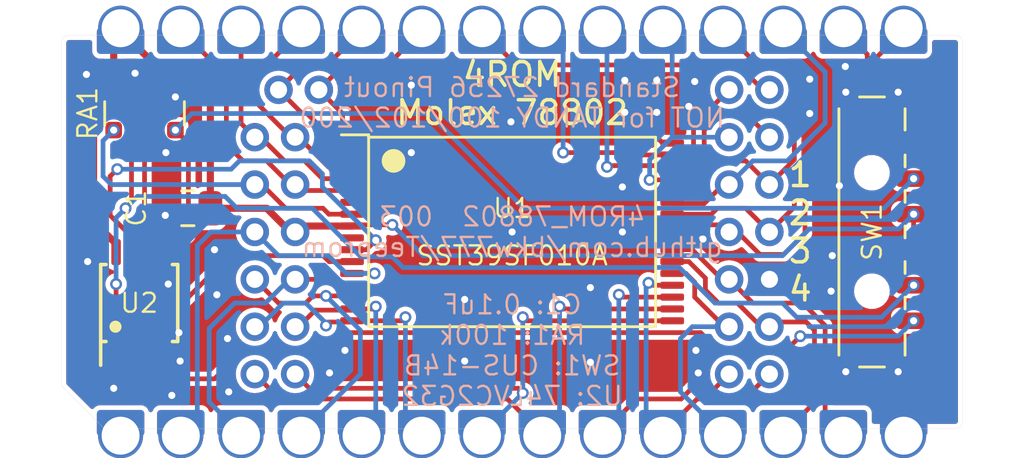
<source format=kicad_pcb>
(kicad_pcb (version 20211014) (generator pcbnew)
  (title_block (title "4ROM_78802") (date "2023-02-13") (rev "003") (company "Brian White - b.kenyon.w@gmail.com") (comment 1 "CC-BY-SA") (comment 2 "github.com/bkw777/Teeprom") (comment 3 "4-bank ROM for Molex 78805 socket with standard mask rom JEDEC pinout"))
  (layers (0 "F.Cu" signal "Top") (31 "B.Cu" signal "Bottom") (34 "B.Paste" user) (35 "F.Paste" user) (36 "B.SilkS" user "B.Silkscreen") (37 "F.SilkS" user "F.Silkscreen") (38 "B.Mask" user) (39 "F.Mask" user) (44 "Edge.Cuts" user))
  (net 0 "")
  (net 1 "/D3")
  (net 2 "/A10")
  (net 3 "/D4")
  (net 4 "/A7")
  (net 5 "/D5")
  (net 6 "/A6")
  (net 7 "/D6")
  (net 8 "/A5")
  (net 9 "/D7")
  (net 10 "/A4")
  (net 11 "/A11")
  (net 12 "/A3")
  (net 13 "/~{OE}")
  (net 14 "/A2")
  (net 15 "/A13")
  (net 16 "/A1")
  (net 17 "/A0")
  (net 18 "/A12")
  (net 19 "/D0")
  (net 20 "/A9")
  (net 21 "/D1")
  (net 22 "/A8")
  (net 23 "/D2")
  (net 24 "/~{CE}")
  (net 25 "/A14")
  (net 26 "/~{WE}")
  (net 27 "VCC")
  (net 28 "GND")
  (net 29 "/A15")
  (net 30 "/A16")
  (net 33 "Net-(RA1-Pad2)")
  (net 34 "Net-(RA1-Pad3)")
  (net 35 "Net-(RA1-Pad4)")
  (footprint "000_LOCAL:4ROM_prog_female" (layer "F.Cu") (at 147.2184 99.187)
    (fp_text reference "J2" hide)
    (fp_text value "4ROM_prog")
  )
  (footprint "000_LOCAL:Molex78802_PCB_28" (layer "F.Cu") (at 147.2184 99.187 90)
    (fp_text reference "J1" hide)
    (fp_text value "32Kx8_mask_rom_socket" hide)
    (fp_line (start 8.3 18.7) (end 8.3 -18.7) (layer "Edge.Cuts") (width 0.01))
    (fp_line (start -6.5 -19) (end -8.3 -17.2) (layer "Edge.Cuts") (width 0.01))
    (fp_line (start -8.3 18.7) (end -8.3 -17.2) (layer "Edge.Cuts") (width 0.01))
    (fp_line (start -8 19) (end 8 19) (layer "Edge.Cuts") (width 0.01))
    (fp_line (start 8 -19) (end -6.5 -19) (layer "Edge.Cuts") (width 0.01))
    (fp_arc (start 8 -19) (mid 8.212132 -18.912132) (end 8.3 -18.7) (layer "Edge.Cuts") (width 0.01))
    (fp_arc (start -8 19) (mid -8.212132 18.912132) (end -8.3 18.7) (layer "Edge.Cuts") (width 0.01))
    (fp_arc (start 8.3 18.7) (mid 8.212132 18.912132) (end 8 19) (layer "Edge.Cuts") (width 0.01))
  )
  (footprint "000_LOCAL:TSOP32-14mm" (layer "F.Cu") (at 147.2184 99.187)
    (fp_text reference "U1")
    (fp_text value "SST39SF010A")
  )
  (footprint "000_LOCAL:C_0805" (layer "F.Cu") (at 133.5434 98.187 180)
    (fp_text reference "C1")
    (fp_text value "0.1uF" hide)
  )
  (footprint "000_LOCAL:R_Array_Convex_4x0612" (layer "F.Cu") (at 131.7184 94.187 90)
    (fp_text reference "RA1")
    (fp_text value "100k" hide)
  )
  (footprint "000_LOCAL:TSSOP-8_3x3mm_P0.65mm" (layer "F.Cu") (at 131.4934 102.187 90)
    (fp_text reference "U2")
    (fp_text value "74LVC2G32")
  )
  (footprint "000_LOCAL:SW_SP4T_CUS-14B" (layer "F.Cu") (at 162.7184 99.187 -90)
    (fp_text reference "SW1")
    (fp_text value "CUS-14B")
  )
  (gr_text "C1: ${18566254-d4e8-4838-8ba4-1761ac28b418:VALUE}\nRA1: ${45921950-dbad-479f-8c52-24b5beff2496:VALUE}\nSW1: ${bfcf9d0a-e802-4656-a538-02cffbbf5627:VALUE}\nU2: ${7144d72e-1771-4838-ac20-700cd6c12f44:VALUE}" (at 147.2184 104.187) (layer "B.SilkS") (effects (font (size 0.8 0.8) (thickness 0.1)) (justify mirror)))
  (gr_text "${TITLE}  ${REVISION}\n${COMMENT2}" (at 147.2184 99.187) (layer "B.SilkS") (effects (font (size 0.8 0.8) (thickness 0.1)) (justify mirror)))
  (gr_text "Standard 27256 Pinout\nNOT for TANDY 100/102/200\n" (at 147.2184 93.726) (layer "B.SilkS") (effects (font (size 0.8 0.8) (thickness 0.1)) (justify mirror)))
  (gr_text "4ROM\nMolex 78802" (at 147.2184 93.345) (layer "F.SilkS") (effects (font (size 1 1))))
  (gr_text "1\n2\n3\n4" (at 159.3684 99.187) (layer "F.SilkS") (effects (font (size 1 1))))
  (segment (start 156.3684 99.187) (end 156.0684 98.887) (width 0.2) (layer "F.Cu") (net 1))
  (segment (start 158.6684 100.137) (end 157.6684 100.137) (width 0.2) (layer "F.Cu") (net 1))
  (segment (start 162.5934 94.187) (end 159.5684 97.212) (width 0.2) (layer "F.Cu") (net 1))
  (segment (start 157.6684 100.137) (end 156.7184 99.187) (width 0.2) (layer "F.Cu") (net 1))
  (segment (start 163.2829 91.1225) (end 162.5934 91.812) (width 0.2) (layer "F.Cu") (net 1))
  (segment (start 159.5684 99.237) (end 158.6684 100.137) (width 0.2) (layer "F.Cu") (net 1))
  (segment (start 154.0184 98.887) (end 153.9684 98.937) (width 0.2) (layer "F.Cu") (net 1))
  (segment (start 156.7184 99.187) (end 156.3684 99.187) (width 0.2) (layer "F.Cu") (net 1))
  (segment (start 159.5684 97.212) (end 159.5684 99.237) (width 0.2) (layer "F.Cu") (net 1))
  (segment (start 163.7284 91.1225) (end 163.2829 91.1225) (width 0.2) (layer "F.Cu") (net 1))
  (segment (start 156.0684 98.887) (end 154.0184 98.887) (width 0.2) (layer "F.Cu") (net 1))
  (segment (start 162.5934 91.812) (end 162.5934 94.187) (width 0.2) (layer "F.Cu") (net 1))
  (segment (start 154.8684 95.737) (end 154.8684 94.687) (width 0.2) (layer "F.Cu") (net 2))
  (segment (start 154.6684 95.937) (end 154.8684 95.737) (width 0.2) (layer "F.Cu") (net 2))
  (segment (start 151.8684 95.937) (end 153.9684 95.937) (width 0.2) (layer "F.Cu") (net 2))
  (segment (start 154.8684 94.687) (end 156.3684 93.187) (width 0.2) (layer "F.Cu") (net 2))
  (segment (start 151.7684 95.837) (end 151.8684 95.937) (width 0.2) (layer "F.Cu") (net 2))
  (segment (start 153.9684 95.937) (end 154.6684 95.937) (width 0.2) (layer "F.Cu") (net 2))
  (segment (start 149.3684 95.837) (end 151.7684 95.837) (width 0.2) (layer "F.Cu") (net 2))
  (via (at 149.3684 95.837) (size 0.5) (drill 0.3) (layers "F.Cu" "B.Cu") (net 2))
  (segment (start 149.3684 91.1225) (end 148.4884 91.1225) (width 0.2) (layer "B.Cu") (net 2))
  (segment (start 149.3684 95.837) (end 149.3684 91.1225) (width 0.2) (layer "B.Cu") (net 2))
  (segment (start 159.1184 98.137) (end 158.0684 99.187) (width 0.2) (layer "F.Cu") (net 3))
  (segment (start 157.0684 98.187) (end 155.8684 98.187) (width 0.2) (layer "F.Cu") (net 3))
  (segment (start 161.6289 91.1225) (end 162.1934 91.687) (width 0.2) (layer "F.Cu") (net 3))
  (segment (start 161.1884 91.1225) (end 161.6289 91.1225) (width 0.2) (layer "F.Cu") (net 3))
  (segment (start 159.1184 97.037) (end 159.1184 98.137) (width 0.2) (layer "F.Cu") (net 3))
  (segment (start 161.1884 90.5868) (end 161.1884 91.1225) (width 0.2) (layer "F.Cu") (net 3))
  (segment (start 155.8684 98.187) (end 155.6184 98.437) (width 0.2) (layer "F.Cu") (net 3))
  (segment (start 158.0684 99.187) (end 157.0684 98.187) (width 0.2) (layer "F.Cu") (net 3))
  (segment (start 155.6184 98.437) (end 153.9684 98.437) (width 0.2) (layer "F.Cu") (net 3))
  (segment (start 162.1934 93.962) (end 159.1184 97.037) (width 0.2) (layer "F.Cu") (net 3))
  (segment (start 162.1934 91.687) (end 162.1934 93.962) (width 0.2) (layer "F.Cu") (net 3))
  (segment (start 139.5684 101.187) (end 138.3684 101.187) (width 0.2) (layer "F.Cu") (net 4))
  (segment (start 139.7684 101.387) (end 139.5684 101.187) (width 0.2) (layer "F.Cu") (net 4))
  (segment (start 140.4684 101.437) (end 140.4184 101.387) (width 0.2) (layer "F.Cu") (net 4))
  (segment (start 140.4184 101.387) (end 139.7684 101.387) (width 0.2) (layer "F.Cu") (net 4))
  (segment (start 136.8184 102.187) (end 137.8184 101.187) (width 0.2) (layer "B.Cu") (net 4))
  (segment (start 135.3329 107.2515) (end 134.4434 106.362) (width 0.2) (layer "B.Cu") (net 4))
  (segment (start 134.4434 103.262) (end 135.5184 102.187) (width 0.2) (layer "B.Cu") (net 4))
  (segment (start 134.4434 106.362) (end 134.4434 103.262) (width 0.2) (layer "B.Cu") (net 4))
  (segment (start 135.5184 102.187) (end 136.8184 102.187) (width 0.2) (layer "B.Cu") (net 4))
  (segment (start 135.7884 107.2515) (end 135.3329 107.2515) (width 0.2) (layer "B.Cu") (net 4))
  (segment (start 137.8184 101.187) (end 138.0684 101.187) (width 0.2) (layer "B.Cu") (net 4))
  (segment (start 156.3684 97.187) (end 156.1184 97.187) (width 0.2) (layer "F.Cu") (net 5))
  (segment (start 156.1184 97.187) (end 155.3184 97.987) (width 0.2) (layer "F.Cu") (net 5))
  (segment (start 154.0184 97.987) (end 153.9684 97.937) (width 0.2) (layer "F.Cu") (net 5))
  (segment (start 155.3184 97.987) (end 154.0184 97.987) (width 0.2) (layer "F.Cu") (net 5))
  (segment (start 160.4184 92.437) (end 159.1039 91.1225) (width 0.2) (layer "B.Cu") (net 5))
  (segment (start 159.1039 91.1225) (end 158.6484 91.1225) (width 0.2) (layer "B.Cu") (net 5))
  (segment (start 160.4184 94.587) (end 160.4184 92.437) (width 0.2) (layer "B.Cu") (net 5))
  (segment (start 156.3684 97.187) (end 157.3684 96.187) (width 0.2) (layer "B.Cu") (net 5))
  (segment (start 158.8184 96.187) (end 160.4184 94.587) (width 0.2) (layer "B.Cu") (net 5))
  (segment (start 157.3684 96.187) (end 158.8184 96.187) (width 0.2) (layer "B.Cu") (net 5))
  (segment (start 139.3684 101.887) (end 138.8184 101.887) (width 0.2) (layer "F.Cu") (net 6))
  (segment (start 138.5184 102.187) (end 137.3684 102.187) (width 0.2) (layer "F.Cu") (net 6))
  (segment (start 137.3684 102.187) (end 136.3684 101.187) (width 0.2) (layer "F.Cu") (net 6))
  (segment (start 140.4184 101.887) (end 140.4684 101.937) (width 0.2) (layer "F.Cu") (net 6))
  (segment (start 139.3684 101.887) (end 140.4184 101.887) (width 0.2) (layer "F.Cu") (net 6))
  (segment (start 138.8184 101.887) (end 138.5184 102.187) (width 0.2) (layer "F.Cu") (net 6))
  (via (at 139.3684 101.887) (size 0.5) (drill 0.3) (layers "F.Cu" "B.Cu") (net 6))
  (segment (start 140.8184 103.337) (end 140.8184 105.187) (width 0.2) (layer "B.Cu") (net 6))
  (segment (start 140.8184 105.187) (end 138.7539 107.2515) (width 0.2) (layer "B.Cu") (net 6))
  (segment (start 139.3684 101.887) (end 140.8184 103.337) (width 0.2) (layer "B.Cu") (net 6))
  (segment (start 138.7539 107.2515) (end 138.3284 107.2515) (width 0.2) (layer "B.Cu") (net 6))
  (segment (start 157.5684 92.137) (end 158.4684 92.137) (width 0.2) (layer "F.Cu") (net 7))
  (segment (start 159.1184 96.137) (end 158.0684 97.187) (width 0.2) (layer "F.Cu") (net 7))
  (segment (start 159.1184 92.787) (end 159.1184 96.137) (width 0.2) (layer "F.Cu") (net 7))
  (segment (start 158.0684 97.187) (end 157.0684 96.187) (width 0.2) (layer "F.Cu") (net 7))
  (segment (start 154.6684 97.437) (end 153.9684 97.437) (width 0.2) (layer "F.Cu") (net 7))
  (segment (start 158.4684 92.137) (end 159.1184 92.787) (width 0.2) (layer "F.Cu") (net 7))
  (segment (start 155.9184 96.187) (end 154.6684 97.437) (width 0.2) (layer "F.Cu") (net 7))
  (segment (start 156.1084 91.1225) (end 156.5539 91.1225) (width 0.2) (layer "F.Cu") (net 7))
  (segment (start 156.5539 91.1225) (end 157.5684 92.137) (width 0.2) (layer "F.Cu") (net 7))
  (segment (start 157.0684 96.187) (end 155.9184 96.187) (width 0.2) (layer "F.Cu") (net 7))
  (segment (start 141.3684 102.437) (end 140.4684 102.437) (width 0.2) (layer "F.Cu") (net 8))
  (segment (start 138.9184 102.487) (end 138.2184 103.187) (width 0.2) (layer "F.Cu") (net 8))
  (segment (start 140.4684 102.437) (end 140.4184 102.487) (width 0.2) (layer "F.Cu") (net 8))
  (segment (start 140.4184 102.487) (end 138.9184 102.487) (width 0.2) (layer "F.Cu") (net 8))
  (segment (start 138.2184 103.187) (end 138.0684 103.187) (width 0.2) (layer "F.Cu") (net 8))
  (segment (start 141.4684 102.337) (end 141.3684 102.437) (width 0.2) (layer "F.Cu") (net 8))
  (via (at 141.4684 102.337) (size 0.5) (drill 0.3) (layers "F.Cu" "B.Cu") (net 8))
  (segment (start 141.4684 107.2515) (end 140.8684 107.2515) (width 0.2) (layer "B.Cu") (net 8))
  (segment (start 141.4684 102.337) (end 141.4684 107.2515) (width 0.2) (layer "B.Cu") (net 8))
  (segment (start 153.9184 96.987) (end 153.9684 96.937) (width 0.2) (layer "F.Cu") (net 9))
  (segment (start 153.0184 96.987) (end 153.9184 96.987) (width 0.2) (layer "F.Cu") (net 9))
  (via (at 153.0184 96.987) (size 0.5) (drill 0.3) (layers "F.Cu" "B.Cu") (net 9))
  (segment (start 153.0184 96.137) (end 153.9684 95.187) (width 0.2) (layer "B.Cu") (net 9))
  (segment (start 153.9684 91.1225) (end 153.5684 91.1225) (width 0.2) (layer "B.Cu") (net 9))
  (segment (start 153.9684 95.187) (end 153.9684 91.1225) (width 0.2) (layer "B.Cu") (net 9))
  (segment (start 153.9684 95.187) (end 156.3684 95.187) (width 0.2) (layer "B.Cu") (net 9))
  (segment (start 153.0184 96.987) (end 153.0184 96.137) (width 0.2) (layer "B.Cu") (net 9))
  (segment (start 142.5684 102.937) (end 142.7184 102.787) (width 0.2) (layer "F.Cu") (net 10))
  (segment (start 140.4684 102.937) (end 142.5684 102.937) (width 0.2) (layer "F.Cu") (net 10))
  (segment (start 139.3684 103.137) (end 139.5184 102.987) (width 0.2) (layer "F.Cu") (net 10))
  (segment (start 139.5184 102.987) (end 140.4184 102.987) (width 0.2) (layer "F.Cu") (net 10))
  (segment (start 140.4184 102.987) (end 140.4684 102.937) (width 0.2) (layer "F.Cu") (net 10))
  (via (at 139.3684 103.137) (size 0.5) (drill 0.3) (layers "F.Cu" "B.Cu") (net 10))
  (via (at 142.7184 102.787) (size 0.5) (drill 0.3) (layers "F.Cu" "B.Cu") (net 10))
  (segment (start 139.3684 103.037) (end 138.5184 102.187) (width 0.2) (layer "B.Cu") (net 10))
  (segment (start 142.7184 102.787) (end 142.7184 107.2515) (width 0.2) (layer "B.Cu") (net 10))
  (segment (start 139.3684 103.137) (end 139.3684 103.037) (width 0.2) (layer "B.Cu") (net 10))
  (segment (start 137.5684 102.187) (end 136.5684 103.187) (width 0.2) (layer "B.Cu") (net 10))
  (segment (start 136.5684 103.187) (end 136.3684 103.187) (width 0.2) (layer "B.Cu") (net 10))
  (segment (start 138.5184 102.187) (end 137.5684 102.187) (width 0.2) (layer "B.Cu") (net 10))
  (segment (start 142.7184 107.2515) (end 143.4084 107.2515) (width 0.2) (layer "B.Cu") (net 10))
  (segment (start 140.0684 95.437) (end 140.0684 94.187) (width 0.2) (layer "F.Cu") (net 11))
  (segment (start 142.9829 91.1225) (end 143.4084 91.1225) (width 0.2) (layer "F.Cu") (net 11))
  (segment (start 140.4684 95.437) (end 140.0684 95.437) (width 0.2) (layer "F.Cu") (net 11))
  (segment (start 140.0684 94.187) (end 139.0684 93.187) (width 0.2) (layer "F.Cu") (net 11))
  (segment (start 140.1184 92.137) (end 141.9684 92.137) (width 0.2) (layer "F.Cu") (net 11))
  (segment (start 141.9684 92.137) (end 142.9829 91.1225) (width 0.2) (layer "F.Cu") (net 11))
  (segment (start 139.0684 93.187) (end 140.1184 92.137) (width 0.2) (layer "F.Cu") (net 11))
  (segment (start 147.6684 102.787) (end 147.8184 102.937) (width 0.2) (layer "F.Cu") (net 12))
  (segment (start 147.6684 105.987) (end 147.4684 105.787) (width 0.2) (layer "F.Cu") (net 12))
  (segment (start 147.8184 102.937) (end 153.9684 102.937) (width 0.2) (layer "F.Cu") (net 12))
  (segment (start 147.4684 105.787) (end 138.6684 105.787) (width 0.2) (layer "F.Cu") (net 12))
  (segment (start 138.6684 105.787) (end 138.0684 105.187) (width 0.2) (layer "F.Cu") (net 12))
  (via (at 147.6684 105.987) (size 0.5) (drill 0.3) (layers "F.Cu" "B.Cu") (net 12))
  (via (at 147.6684 102.787) (size 0.5) (drill 0.3) (layers "F.Cu" "B.Cu") (net 12))
  (segment (start 146.4039 107.2515) (end 145.9484 107.2515) (width 0.2) (layer "B.Cu") (net 12))
  (segment (start 147.6684 102.787) (end 147.6684 105.987) (width 0.2) (layer "B.Cu") (net 12))
  (segment (start 147.6684 105.987) (end 146.4039 107.2515) (width 0.2) (layer "B.Cu") (net 12))
  (segment (start 146.377525 91.1225) (end 145.9484 91.1225) (width 0.2) (layer "F.Cu") (net 13))
  (segment (start 152.6684 92.137) (end 152.6684 94.537) (width 0.2) (layer "F.Cu") (net 13))
  (segment (start 156.7434 92.137) (end 147.392025 92.137) (width 0.2) (layer "F.Cu") (net 13))
  (segment (start 147.392025 92.137) (end 146.377525 91.1225) (width 0.2) (layer "F.Cu") (net 13))
  (segment (start 157.7934 93.187) (end 156.7434 92.137) (width 0.2) (layer "F.Cu") (net 13))
  (segment (start 153.5684 95.437) (end 153.9684 95.437) (width 0.2) (layer "F.Cu") (net 13))
  (segment (start 152.6684 94.537) (end 153.5684 95.437) (width 0.2) (layer "F.Cu") (net 13))
  (segment (start 158.0684 93.187) (end 157.7934 93.187) (width 0.2) (layer "F.Cu") (net 13))
  (segment (start 148.0329 107.2515) (end 147.0184 106.237) (width 0.2) (layer "F.Cu") (net 14))
  (segment (start 149.2184 102.337) (end 149.3184 102.437) (width 0.2) (layer "F.Cu") (net 14))
  (segment (start 149.3184 102.437) (end 153.9684 102.437) (width 0.2) (layer "F.Cu") (net 14))
  (segment (start 147.0184 106.237) (end 137.4184 106.237) (width 0.2) (layer "F.Cu") (net 14))
  (segment (start 137.4184 106.237) (end 136.3684 105.187) (width 0.2) (layer "F.Cu") (net 14))
  (segment (start 148.4884 107.2515) (end 148.0329 107.2515) (width 0.2) (layer "F.Cu") (net 14))
  (via (at 149.2184 102.337) (size 0.5) (drill 0.3) (layers "F.Cu" "B.Cu") (net 14))
  (segment (start 149.2184 107.2515) (end 148.4884 107.2515) (width 0.2) (layer "B.Cu") (net 14))
  (segment (start 149.2184 102.337) (end 149.2184 107.2515) (width 0.2) (layer "B.Cu") (net 14))
  (segment (start 136.3684 95.187) (end 135.7884 94.607) (width 0.2) (layer "F.Cu") (net 15))
  (segment (start 135.7884 94.607) (end 135.7884 91.1225) (width 0.2) (layer "F.Cu") (net 15))
  (segment (start 140.4684 96.937) (end 139.2184 96.937) (width 0.2) (layer "F.Cu") (net 15))
  (segment (start 136.6184 95.187) (end 136.3684 95.187) (width 0.2) (layer "F.Cu") (net 15))
  (segment (start 139.2184 96.937) (end 138.4684 96.187) (width 0.2) (layer "F.Cu") (net 15))
  (segment (start 137.6184 96.187) (end 136.6184 95.187) (width 0.2) (layer "F.Cu") (net 15))
  (segment (start 138.4684 96.187) (end 137.6184 96.187) (width 0.2) (layer "F.Cu") (net 15))
  (segment (start 154.7934 105.787) (end 155.7684 105.787) (width 0.2) (layer "F.Cu") (net 16))
  (segment (start 151.7184 101.837) (end 151.8184 101.937) (width 0.2) (layer "F.Cu") (net 16))
  (segment (start 151.0284 107.2515) (end 151.4539 107.2515) (width 0.2) (layer "F.Cu") (net 16))
  (segment (start 151.8184 101.937) (end 153.9684 101.937) (width 0.2) (layer "F.Cu") (net 16))
  (segment (start 151.4539 107.2515) (end 152.4684 106.237) (width 0.2) (layer "F.Cu") (net 16))
  (segment (start 155.7684 105.787) (end 156.3684 105.187) (width 0.2) (layer "F.Cu") (net 16))
  (segment (start 154.3434 106.237) (end 154.7934 105.787) (width 0.2) (layer "F.Cu") (net 16))
  (segment (start 152.4684 106.237) (end 154.3434 106.237) (width 0.2) (layer "F.Cu") (net 16))
  (via (at 151.7184 101.837) (size 0.5) (drill 0.3) (layers "F.Cu" "B.Cu") (net 16))
  (segment (start 151.7184 107.2515) (end 151.0284 107.2515) (width 0.2) (layer "B.Cu") (net 16))
  (segment (start 151.7184 101.837) (end 151.7184 107.2515) (width 0.2) (layer "B.Cu") (net 16))
  (segment (start 157.0184 106.237) (end 158.0684 105.187) (width 0.2) (layer "F.Cu") (net 17))
  (segment (start 152.9684 101.337) (end 153.0684 101.437) (width 0.2) (layer "F.Cu") (net 17))
  (segment (start 155.0184 106.237) (end 157.0184 106.237) (width 0.2) (layer "F.Cu") (net 17))
  (segment (start 153.0684 101.437) (end 153.9684 101.437) (width 0.2) (layer "F.Cu") (net 17))
  (segment (start 154.0039 107.2515) (end 155.0184 106.237) (width 0.2) (layer "F.Cu") (net 17))
  (segment (start 153.5684 107.2515) (end 154.0039 107.2515) (width 0.2) (layer "F.Cu") (net 17))
  (via (at 152.9684 101.337) (size 0.5) (drill 0.3) (layers "F.Cu" "B.Cu") (net 17))
  (segment (start 152.8684 107.2515) (end 153.5684 107.2515) (width 0.2) (layer "B.Cu") (net 17))
  (segment (start 152.9684 101.337) (end 152.8684 101.437) (width 0.2) (layer "B.Cu") (net 17))
  (segment (start 152.8684 101.437) (end 152.8684 107.2515) (width 0.2) (layer "B.Cu") (net 17))
  (segment (start 140.4684 100.937) (end 141.4184 100.937) (width 0.2) (layer "F.Cu") (net 18))
  (via (at 141.4184 100.937) (size 0.5) (drill 0.3) (layers "F.Cu" "B.Cu") (net 18))
  (segment (start 136.3684 99.187) (end 137.3684 100.187) (width 0.2) (layer "B.Cu") (net 18))
  (segment (start 133.2484 107.2515) (end 133.9434 107.2515) (width 0.2) (layer "B.Cu") (net 18))
  (segment (start 133.9434 107.2515) (end 133.9434 99.762) (width 0.2) (layer "B.Cu") (net 18))
  (segment (start 137.3684 100.187) (end 139.4684 100.187) (width 0.2) (layer "B.Cu") (net 18))
  (segment (start 133.9434 99.762) (end 134.5184 99.187) (width 0.2) (layer "B.Cu") (net 18))
  (segment (start 139.4684 100.187) (end 140.2184 100.937) (width 0.2) (layer "B.Cu") (net 18))
  (segment (start 140.2184 100.937) (end 141.4184 100.937) (width 0.2) (layer "B.Cu") (net 18))
  (segment (start 134.5184 99.187) (end 136.3684 99.187) (width 0.2) (layer "B.Cu") (net 18))
  (segment (start 154.9184 101.937) (end 154.9184 101.312) (width 0.2) (layer "F.Cu") (net 19))
  (segment (start 154.5434 100.937) (end 153.9684 100.937) (width 0.2) (layer "F.Cu") (net 19))
  (segment (start 154.9184 101.312) (end 154.5434 100.937) (width 0.2) (layer "F.Cu") (net 19))
  (segment (start 156.3684 103.187) (end 156.1684 103.187) (width 0.2) (layer "F.Cu") (net 19))
  (segment (start 156.1684 103.187) (end 154.9184 101.937) (width 0.2) (layer "F.Cu") (net 19))
  (segment (start 156.3184 103.187) (end 154.8184 103.187) (width 0.2) (layer "B.Cu") (net 19))
  (segment (start 155.2184 107.2515) (end 156.1084 107.2515) (width 0.2) (layer "B.Cu") (net 19))
  (segment (start 154.8184 103.187) (end 154.3184 103.687) (width 0.2) (layer "B.Cu") (net 19))
  (segment (start 154.3184 105.937) (end 155.2184 106.837) (width 0.2) (layer "B.Cu") (net 19))
  (segment (start 155.2184 106.837) (end 155.2184 107.2515) (width 0.2) (layer "B.Cu") (net 19))
  (segment (start 154.3184 103.687) (end 154.3184 105.937) (width 0.2) (layer "B.Cu") (net 19))
  (segment (start 140.4684 95.937) (end 139.7184 95.937) (width 0.2) (layer "F.Cu") (net 20))
  (segment (start 137.3684 93.187) (end 138.4184 92.137) (width 0.2) (layer "F.Cu") (net 20))
  (segment (start 140.4329 91.1225) (end 140.8684 91.1225) (width 0.2) (layer "F.Cu") (net 20))
  (segment (start 138.4184 92.137) (end 139.4184 92.137) (width 0.2) (layer "F.Cu") (net 20))
  (segment (start 139.2684 95.487) (end 139.2684 94.887) (width 0.2) (layer "F.Cu") (net 20))
  (segment (start 138.3684 94.187) (end 137.3684 93.187) (width 0.2) (layer "F.Cu") (net 20))
  (segment (start 139.7184 95.937) (end 139.2684 95.487) (width 0.2) (layer "F.Cu") (net 20))
  (segment (start 139.4184 92.137) (end 140.4329 91.1225) (width 0.2) (layer "F.Cu") (net 20))
  (segment (start 138.5684 94.187) (end 138.3684 94.187) (width 0.2) (layer "F.Cu") (net 20))
  (segment (start 139.2684 94.887) (end 138.5684 94.187) (width 0.2) (layer "F.Cu") (net 20))
  (segment (start 156.7184 102.187) (end 157.7184 103.187) (width 0.2) (layer "F.Cu") (net 21))
  (segment (start 153.9684 100.437) (end 154.6684 100.437) (width 0.2) (layer "F.Cu") (net 21))
  (segment (start 159.6184 102.987) (end 159.9684 103.337) (width 0.2) (layer "F.Cu") (net 21))
  (segment (start 155.3684 101.137) (end 155.3684 101.637) (width 0.2) (layer "F.Cu") (net 21))
  (segment (start 157.7184 103.187) (end 158.0684 103.187) (width 0.2) (layer "F.Cu") (net 21))
  (segment (start 159.9684 103.337) (end 159.9684 106.387) (width 0.2) (layer "F.Cu") (net 21))
  (segment (start 159.1039 107.2515) (end 158.6484 107.2515) (width 0.2) (layer "F.Cu") (net 21))
  (segment (start 158.0684 103.187) (end 158.2684 102.987) (width 0.2) (layer "F.Cu") (net 21))
  (segment (start 154.6684 100.437) (end 155.3684 101.137) (width 0.2) (layer "F.Cu") (net 21))
  (segment (start 158.2684 102.987) (end 159.6184 102.987) (width 0.2) (layer "F.Cu") (net 21))
  (segment (start 159.9684 106.387) (end 159.1039 107.2515) (width 0.2) (layer "F.Cu") (net 21))
  (segment (start 155.9184 102.187) (end 156.7184 102.187) (width 0.2) (layer "F.Cu") (net 21))
  (segment (start 155.3684 101.637) (end 155.9184 102.187) (width 0.2) (layer "F.Cu") (net 21))
  (segment (start 136.3684 92.637) (end 137.8829 91.1225) (width 0.2) (layer "F.Cu") (net 22))
  (segment (start 138.2184 95.187) (end 138.0684 95.187) (width 0.2) (layer "F.Cu") (net 22))
  (segment (start 137.8829 91.1225) (end 138.3284 91.1225) (width 0.2) (layer "F.Cu") (net 22))
  (segment (start 140.4684 96.437) (end 139.4684 96.437) (width 0.2) (layer "F.Cu") (net 22))
  (segment (start 137.8934 95.187) (end 136.3684 93.662) (width 0.2) (layer "F.Cu") (net 22))
  (segment (start 136.3684 93.662) (end 136.3684 92.637) (width 0.2) (layer "F.Cu") (net 22))
  (segment (start 138.0684 95.187) (end 137.8934 95.187) (width 0.2) (layer "F.Cu") (net 22))
  (segment (start 139.4684 96.437) (end 138.2184 95.187) (width 0.2) (layer "F.Cu") (net 22))
  (segment (start 159.4684 102.187) (end 160.4184 103.137) (width 0.2) (layer "F.Cu") (net 23))
  (segment (start 157.3684 102.187) (end 159.4684 102.187) (width 0.2) (layer "F.Cu") (net 23))
  (segment (start 153.9684 99.937) (end 154.8184 99.937) (width 0.2) (layer "F.Cu") (net 23))
  (segment (start 156.3684 101.187) (end 157.3684 102.187) (width 0.2) (layer "F.Cu") (net 23))
  (segment (start 154.8184 99.937) (end 156.0684 101.187) (width 0.2) (layer "F.Cu") (net 23))
  (segment (start 160.4184 103.137) (end 160.4184 107.2515) (width 0.2) (layer "F.Cu") (net 23))
  (segment (start 160.4184 107.2515) (end 161.1884 107.2515) (width 0.2) (layer "F.Cu") (net 23))
  (segment (start 156.0684 101.187) (end 156.3684 101.187) (width 0.2) (layer "F.Cu") (net 23))
  (segment (start 151.2184 96.437) (end 151.2684 96.387) (width 0.2) (layer "F.Cu") (net 24))
  (segment (start 153.9684 96.437) (end 154.9184 96.437) (width 0.2) (layer "F.Cu") (net 24))
  (segment (start 156.0184 94.187) (end 157.0684 94.187) (width 0.2) (layer "F.Cu") (net 24))
  (segment (start 153.9184 96.387) (end 153.9684 96.437) (width 0.2) (layer "F.Cu") (net 24))
  (segment (start 155.3184 94.887) (end 156.0184 94.187) (width 0.2) (layer "F.Cu") (net 24))
  (segment (start 151.2684 96.387) (end 153.9184 96.387) (width 0.2) (layer "F.Cu") (net 24))
  (segment (start 154.9184 96.437) (end 155.3184 96.037) (width 0.2) (layer "F.Cu") (net 24))
  (segment (start 155.3184 96.037) (end 155.3184 94.887) (width 0.2) (layer "F.Cu") (net 24))
  (segment (start 157.0684 94.187) (end 158.0684 95.187) (width 0.2) (layer "F.Cu") (net 24))
  (via (at 151.2184 96.437) (size 0.5) (drill 0.3) (layers "F.Cu" "B.Cu") (net 24))
  (segment (start 151.2184 91.3125) (end 151.0284 91.1225) (width 0.2) (layer "B.Cu") (net 24))
  (segment (start 151.2184 96.437) (end 151.2184 91.3125) (width 0.2) (layer "B.Cu") (net 24))
  (segment (start 137.8684 97.187) (end 136.8684 96.187) (width 0.2) (layer "F.Cu") (net 25))
  (segment (start 135.1684 92.587) (end 133.7039 91.1225) (width 0.2) (layer "F.Cu") (net 25))
  (segment (start 133.7039 91.1225) (end 133.2484 91.1225) (width 0.2) (layer "F.Cu") (net 25))
  (segment (start 135.1684 95.487) (end 135.1684 92.587) (width 0.2) (layer "F.Cu") (net 25))
  (segment (start 138.3184 97.437) (end 138.0684 97.187) (width 0.2) (layer "F.Cu") (net 25))
  (segment (start 140.4684 97.437) (end 138.3184 97.437) (width 0.2) (layer "F.Cu") (net 25))
  (segment (start 135.8684 96.187) (end 135.1684 95.487) (width 0.2) (layer "F.Cu") (net 25))
  (segment (start 136.8684 96.187) (end 135.8684 96.187) (width 0.2) (layer "F.Cu") (net 25))
  (segment (start 138.0684 97.187) (end 137.8684 97.187) (width 0.2) (layer "F.Cu") (net 25))
  (segment (start 137.6684 98.187) (end 136.6684 97.187) (width 0.2) (layer "F.Cu") (net 26))
  (segment (start 139.2434 98.187) (end 137.6684 98.187) (width 0.2) (layer "F.Cu") (net 26))
  (segment (start 140.4684 98.437) (end 139.4934 98.437) (width 0.2) (layer "F.Cu") (net 26))
  (segment (start 136.6684 97.187) (end 136.3684 97.187) (width 0.2) (layer "F.Cu") (net 26))
  (segment (start 139.4934 98.437) (end 139.2434 98.187) (width 0.2) (layer "F.Cu") (net 26))
  (via (at 130.4184 94.887) (size 0.5) (drill 0.3) (layers "F.Cu" "B.Cu") (net 26))
  (segment (start 129.9684 96.837) (end 130.3184 97.187) (width 0.2) (layer "B.Cu") (net 26))
  (segment (start 129.9684 95.337) (end 129.9684 96.837) (width 0.2) (layer "B.Cu") (net 26))
  (segment (start 130.4184 94.887) (end 129.9684 95.337) (width 0.2) (layer "B.Cu") (net 26))
  (segment (start 130.3184 97.187) (end 136.0684 97.187) (width 0.2) (layer "B.Cu") (net 26))
  (segment (start 131.1539 91.1225) (end 132.1684 92.137) (width 0.3) (layer "F.Cu") (net 27))
  (segment (start 130.4184 93.487) (end 130.4184 91.4125) (width 0.3) (layer "F.Cu") (net 27))
  (segment (start 130.5184 99.687) (end 129.5684 98.737) (width 0.3) (layer "F.Cu") (net 27))
  (segment (start 132.1684 92.137) (end 133.8184 92.137) (width 0.3) (layer "F.Cu") (net 27))
  (segment (start 140.4684 98.937) (end 138.3184 98.937) (width 0.3) (layer "F.Cu") (net 27))
  (segment (start 130.4184 91.4125) (end 130.7084 91.1225) (width 0.3) (layer "F.Cu") (net 27))
  (segment (start 138.3184 98.937) (end 138.0684 99.187) (width 0.3) (layer "F.Cu") (net 27))
  (segment (start 142.1684 98.887) (end 140.5184 98.887) (width 0.2) (layer "F.Cu") (net 27))
  (segment (start 140.5184 98.887) (end 140.4684 98.937) (width 0.2) (layer "F.Cu") (net 27))
  (segment (start 130.5184 100.037) (end 130.5184 99.687) (width 0.3) (layer "F.Cu") (net 27))
  (segment (start 134.4934 92.812) (end 134.4934 98.187) (width 0.3) (layer "F.Cu") (net 27))
  (segment (start 133.8184 92.137) (end 134.4934 92.812) (width 0.3) (layer "F.Cu") (net 27))
  (segment (start 129.5684 94.337) (end 130.4184 93.487) (width 0.3) (layer "F.Cu") (net 27))
  (segment (start 136.8684 98.187) (end 137.8684 99.187) (width 0.3) (layer "F.Cu") (net 27))
  (segment (start 130.7084 91.1225) (end 131.1539 91.1225) (width 0.3) (layer "F.Cu") (net 27))
  (segment (start 134.4934 98.187) (end 136.8684 98.187) (width 0.3) (layer "F.Cu") (net 27))
  (segment (start 164.1484 98.437) (end 164.1484 99.937) (width 0.2) (layer "F.Cu") (net 27))
  (segment (start 137.8684 99.187) (end 138.0684 99.187) (width 0.3) (layer "F.Cu") (net 27))
  (segment (start 129.5684 98.737) (end 129.5684 94.337) (width 0.3) (layer "F.Cu") (net 27))
  (via (at 142.1684 98.887) (size 0.5) (drill 0.3) (layers "F.Cu" "B.Cu") (net 27))
  (via (at 164.1484 98.437) (size 0.5) (drill 0.3) (layers "F.Cu" "B.Cu") (net 27))
  (segment (start 159.7454 99.06) (end 158.6184 100.187) (width 0.2) (layer "B.Cu") (net 27))
  (segment (start 164.1484 98.437) (end 163.5254 99.06) (width 0.2) (layer "B.Cu") (net 27))
  (segment (start 158.6184 100.187) (end 143.4684 100.187) (width 0.2) (layer "B.Cu") (net 27))
  (segment (start 143.4684 100.187) (end 142.1684 98.887) (width 0.2) (layer "B.Cu") (net 27))
  (segment (start 163.5254 99.06) (end 159.7454 99.06) (width 0.2) (layer "B.Cu") (net 27))
  (via (at 151.9684 92.787) (size 0.5) (drill 0.3) (layers "F.Cu" "B.Cu") (net 28))
  (via (at 129.3184 100.437) (size 0.5) (drill 0.3) (layers "F.Cu" "B.Cu") (net 28))
  (via (at 142.9684 95.837) (size 0.5) (drill 0.3) (layers "F.Cu" "B.Cu") (net 28))
  (via (at 130.4184 105.787) (size 0.5) (drill 0.3) (layers "F.Cu" "B.Cu") (net 28))
  (via (at 134.7684 101.837) (size 0.5) (drill 0.3) (layers "F.Cu" "B.Cu") (net 28))
  (via (at 155.2684 99.487) (size 0.5) (drill 0.3) (layers "F.Cu" "B.Cu") (net 28))
  (via (at 160.7184 100.187) (size 0.5) (drill 0.3) (layers "F.Cu" "B.Cu") (net 28))
  (via (at 131.3184 92.487) (size 0.5) (drill 0.3) (layers "F.Cu" "B.Cu") (net 28))
  (via (at 147.1684 94.537) (size 0.5) (drill 0.3) (layers "F.Cu" "B.Cu") (net 28))
  (via (at 133.0184 93.487) (size 0.5) (drill 0.3) (layers "F.Cu" "B.Cu") (net 28))
  (via (at 163.4984 105.087) (size 0.5) (drill 0.3) (layers "F.Cu" "B.Cu") (net 28))
  (via (at 150.5184 104.687) (size 0.5) (drill 0.3) (layers "F.Cu" "B.Cu") (net 28))
  (via (at 132.8684 106.087) (size 0.5) (drill 0.3) (layers "F.Cu" "B.Cu") (net 28))
  (via (at 132.7184 101.387) (size 0.5) (drill 0.3) (layers "F.Cu" "B.Cu") (net 28))
  (via (at 133.2184 104.637) (size 0.5) (drill 0.3) (layers "F.Cu" "B.Cu") (net 28))
  (via (at 155.0684 105.137) (size 0.5) (drill 0.3) (layers "F.Cu" "B.Cu") (net 28))
  (via (at 135.2184 103.687) (size 0.5) (drill 0.3) (layers "F.Cu" "B.Cu") (net 28))
  (via (at 153.3184 92.787) (size 0.5) (drill 0.3) (layers "F.Cu" "B.Cu") (net 28))
  (via (at 132.6184 95.837) (size 0.5) (drill 0.3) (layers "F.Cu" "B.Cu") (net 28))
  (via (at 135.2684 105.937) (size 0.5) (drill 0.3) (layers "F.Cu" "B.Cu") (net 28))
  (via (at 153.3184 94.137) (size 0.5) (drill 0.3) (layers "F.Cu" "B.Cu") (net 28))
  (via (at 160.6684 101.687) (size 0.5) (drill 0.3) (layers "F.Cu" "B.Cu") (net 28))
  (via (at 159.7684 92.737) (size 0.5) (drill 0.3) (layers "F.Cu" "B.Cu") (net 28))
  (via (at 139.5184 105.137) (size 0.5) (drill 0.3) (layers "F.Cu" "B.Cu") (net 28))
  (via (at 161.2684 92.202) (size 0.5) (drill 0.3) (layers "F.Cu" "B.Cu") (net 28))
  (via (at 145.2184 104.637) (size 0.5) (drill 0.3) (layers "F.Cu" "B.Cu") (net 28))
  (via (at 151.8684 99.187) (size 0.5) (drill 0.3) (layers "F.Cu" "B.Cu") (net 28))
  (via (at 132.5934 98.487) (size 0.5) (drill 0.3) (layers "F.Cu" "B.Cu") (net 28))
  (via (at 163.4984 93.287) (size 0.5) (drill 0.3) (layers "F.Cu" "B.Cu") (net 28))
  (via (at 154.9684 104.187) (size 0.5) (drill 0.3) (layers "F.Cu" "B.Cu") (net 28))
  (via (at 133.1684 103.437) (size 0.5) (drill 0.3) (layers "F.Cu" "B.Cu") (net 28))
  (via (at 154.9184 92.837) (size 0.5) (drill 0.3) (layers "F.Cu" "B.Cu") (net 28))
  (via (at 145.2184 102.037) (size 0.5) (drill 0.3) (layers "F.Cu" "B.Cu") (net 28))
  (via (at 154.6684 93.887) (size 0.5) (drill 0.3) (layers "F.Cu" "B.Cu") (net 28))
  (via (at 142.9684 92.987) (size 0.5) (drill 0.3) (layers "F.Cu" "B.Cu") (net 28))
  (via (at 140.1684 104.187) (size 0.5) (drill 0.3) (layers "F.Cu" "B.Cu") (net 28))
  (via (at 147.2184 99.187) (size 0.5) (drill 0.3) (layers "F.Cu" "B.Cu") (net 28))
  (via (at 161.0184 97.237) (size 0.5) (drill 0.3) (layers "F.Cu" "B.Cu") (net 28))
  (via (at 161.2884 105.087) (size 0.5) (drill 0.3) (layers "F.Cu" "B.Cu") (net 28))
  (via (at 151.9684 94.137) (size 0.5) (drill 0.3) (layers "F.Cu" "B.Cu") (net 28))
  (via (at 134.6684 99.937) (size 0.5) (drill 0.3) (layers "F.Cu" "B.Cu") (net 28))
  (via (at 129.2684 92.537) (size 0.5) (drill 0.3) (layers "F.Cu" "B.Cu") (net 28))
  (via (at 150.5184 101.537) (size 0.5) (drill 0.3) (layers "F.Cu" "B.Cu") (net 28))
  (via (at 159.7684 94.187) (size 0.5) (drill 0.3) (layers "F.Cu" "B.Cu") (net 28))
  (via (at 151.8684 97.287) (size 0.5) (drill 0.3) (layers "F.Cu" "B.Cu") (net 28))
  (via (at 161.2884 93.287) (size 0.5) (drill 0.3) (layers "F.Cu" "B.Cu") (net 28))
  (segment (start 139.49965 100.437) (end 139.24965 100.187) (width 0.2) (layer "F.Cu") (net 29))
  (segment (start 140.4684 100.437) (end 139.49965 100.437) (width 0.2) (layer "F.Cu") (net 29))
  (segment (start 135.3184 100.187) (end 131.9184 103.587) (width 0.2) (layer "F.Cu") (net 29))
  (segment (start 139.24965 100.187) (end 135.3184 100.187) (width 0.2) (layer "F.Cu") (net 29))
  (segment (start 131.9184 104.237) (end 131.8184 104.337) (width 0.2) (layer "F.Cu") (net 29))
  (segment (start 131.9184 103.587) (end 131.9184 104.237) (width 0.2) (layer "F.Cu") (net 29))
  (segment (start 141.4684 99.537) (end 141.0684 99.937) (width 0.2) (layer "F.Cu") (net 30))
  (segment (start 141.0684 99.937) (end 140.4684 99.937) (width 0.2) (layer "F.Cu") (net 30))
  (segment (start 131.0684 99.937) (end 131.1684 100.037) (width 0.2) (layer "F.Cu") (net 30))
  (segment (start 130.2684 96.837) (end 130.2684 98.487) (width 0.2) (layer "F.Cu") (net 30))
  (segment (start 130.2684 98.487) (end 131.0684 99.287) (width 0.2) (layer "F.Cu") (net 30))
  (segment (start 131.0684 99.287) (end 131.0684 99.937) (width 0.2) (layer "F.Cu") (net 30))
  (segment (start 130.5684 96.537) (end 130.2684 96.837) (width 0.2) (layer "F.Cu") (net 30))
  (via (at 130.5684 96.537) (size 0.5) (drill 0.3) (layers "F.Cu" "B.Cu") (net 30))
  (via (at 141.4684 99.537) (size 0.5) (drill 0.3) (layers "F.Cu" "B.Cu") (net 30))
  (segment (start 139.2184 97.287) (end 141.4684 99.537) (width 0.2) (layer "B.Cu") (net 30))
  (segment (start 135.7184 96.187) (end 138.6684 96.187) (width 0.2) (layer "B.Cu") (net 30))
  (segment (start 138.6684 96.187) (end 139.2184 96.737) (width 0.2) (layer "B.Cu") (net 30))
  (segment (start 139.2184 96.737) (end 139.2184 97.287) (width 0.2) (layer "B.Cu") (net 30))
  (segment (start 130.5684 96.537) (end 135.3684 96.537) (width 0.2) (layer "B.Cu") (net 30))
  (segment (start 135.3684 96.537) (end 135.7184 96.187) (width 0.2) (layer "B.Cu") (net 30))
  (segment (start 131.1684 97.937) (end 131.1684 95.037) (width 0.2) (layer "F.Cu") (net 33))
  (segment (start 130.5184 101.387) (end 130.5184 104.337) (width 0.2) (layer "F.Cu") (net 33))
  (segment (start 130.9184 98.187) (end 131.1684 97.937) (width 0.2) (layer "F.Cu") (net 33))
  (segment (start 131.1684 95.037) (end 131.3184 94.887) (width 0.2) (layer "F.Cu") (net 33))
  (via (at 130.5184 101.387) (size 0.5) (drill 0.3) (layers "F.Cu" "B.Cu") (net 33))
  (via (at 164.1484 101.437) (size 0.5) (drill 0.3) (layers "F.Cu" "B.Cu") (net 33))
  (via (at 130.9184 98.187) (size 0.5) (drill 0.3) (layers "F.Cu" "B.Cu") (net 33))
  (segment (start 131.4184 97.687) (end 135.1184 97.687) (width 0.2) (layer "B.Cu") (net 33))
  (segment (start 130.5184 98.587) (end 130.9184 98.187) (width 0.2) (layer "B.Cu") (net 33))
  (segment (start 135.1184 97.687) (end 135.6184 98.187) (width 0.2) (layer "B.Cu") (net 33))
  (segment (start 138.7934 98.187) (end 140.8434 100.237) (width 0.2) (layer "B.Cu") (net 33))
  (segment (start 162.7984 102.787) (end 164.1484 101.437) (width 0.2) (layer "B.Cu") (net 33))
  (segment (start 140.8434 100.237) (end 142.1684 100.237) (width 0.2) (layer "B.Cu") (net 33))
  (segment (start 159.2184 102.787) (end 162.7984 102.787) (width 0.2) (layer "B.Cu") (net 33))
  (segment (start 130.5184 101.387) (end 130.5184 98.587) (width 0.2) (layer "B.Cu") (net 33))
  (segment (start 158.6184 102.187) (end 159.2184 102.787) (width 0.2) (layer "B.Cu") (net 33))
  (segment (start 154.2684 100.687) (end 155.7684 102.187) (width 0.2) (layer "B.Cu") (net 33))
  (segment (start 142.6184 100.687) (end 154.2684 100.687) (width 0.2) (layer "B.Cu") (net 33))
  (segment (start 142.1684 100.237) (end 142.6184 100.687) (width 0.2) (layer "B.Cu") (net 33))
  (segment (start 130.9184 98.187) (end 131.4184 97.687) (width 0.2) (layer "B.Cu") (net 33))
  (segment (start 135.6184 98.187) (end 138.7934 98.187) (width 0.2) (layer "B.Cu") (net 33))
  (segment (start 155.7684 102.187) (end 158.6184 102.187) (width 0.2) (layer "B.Cu") (net 33))
  (segment (start 158.7684 104.187) (end 155.9184 104.187) (width 0.2) (layer "F.Cu") (net 34))
  (segment (start 131.1684 102.437) (end 131.8184 101.787) (width 0.2) (layer "F.Cu") (net 34))
  (segment (start 134.6684 105.387) (end 131.4684 105.387) (width 0.2) (layer "F.Cu") (net 34))
  (segment (start 135.8684 104.187) (end 134.6684 105.387) (width 0.2) (layer "F.Cu") (net 34))
  (segment (start 131.1684 105.087) (end 131.1684 104.337) (width 0.2) (layer "F.Cu") (net 34))
  (segment (start 155.9184 104.187) (end 155.1684 103.437) (width 0.2) (layer "F.Cu") (net 34))
  (segment (start 139.9684 103.437) (end 139.2184 104.187) (width 0.2) (layer "F.Cu") (net 34))
  (segment (start 131.9684 95.362) (end 131.9684 95.037) (width 0.2) (layer "F.Cu") (net 34))
  (segment (start 131.7184 95.612) (end 131.9684 95.362) (width 0.2) (layer "F.Cu") (net 34))
  (segment (start 131.4684 105.387) (end 131.1684 105.087) (width 0.2) (layer "F.Cu") (net 34))
  (segment (start 131.9684 95.037) (end 132.1184 94.887) (width 0.2) (layer "F.Cu") (net 34))
  (segment (start 155.1684 103.437) (end 139.9684 103.437) (width 0.2) (layer "F.Cu") (net 34))
  (segment (start 131.8184 101.787) (end 131.8184 100.037) (width 0.2) (layer "F.Cu") (net 34))
  (segment (start 139.2184 104.187) (end 135.8684 104.187) (width 0.2) (layer "F.Cu") (net 34))
  (segment (start 159.3684 103.587) (end 158.7684 104.187) (width 0.2) (layer "F.Cu") (net 34))
  (segment (start 131.8184 100.037) (end 131.7184 99.937) (width 0.2) (layer "F.Cu") (net 34))
  (segment (start 131.7184 99.937) (end 131.7184 95.612) (width 0.2) (layer "F.Cu") (net 34))
  (segment (start 131.1684 104.337) (end 131.1684 102.437) (width 0.2) (layer "F.Cu") (net 34))
  (via (at 159.3684 103.587) (size 0.5) (drill 0.3) (layers "F.Cu" "B.Cu") (net 34))
  (via (at 164.1484 102.937) (size 0.5) (drill 0.3) (layers "F.Cu" "B.Cu") (net 34))
  (segment (start 163.4984 103.587) (end 164.1484 102.937) (width 0.2) (layer "B.Cu") (net 34))
  (segment (start 159.3684 103.587) (end 163.4984 103.587) (width 0.2) (layer "B.Cu") (net 34))
  (segment (start 133.5684 99.337) (end 133.3184 99.587) (width 0.2) (layer "F.Cu") (net 35))
  (segment (start 133.0184 94.887) (end 133.5684 95.437) (width 0.2) (layer "F.Cu") (net 35))
  (segment (start 132.4684 99.587) (end 132.4684 100.037) (width 0.2) (layer "F.Cu") (net 35))
  (segment (start 133.3184 99.587) (end 132.4684 99.587) (width 0.2) (layer "F.Cu") (net 35))
  (segment (start 133.5684 95.437) (end 133.5684 99.337) (width 0.2) (layer "F.Cu") (net 35))
  (via (at 133.0184 94.887) (size 0.5) (drill 0.3) (layers "F.Cu" "B.Cu") (net 35))
  (via (at 164.1484 96.937) (size 0.5) (drill 0.3) (layers "F.Cu" "B.Cu") (net 35))
  (segment (start 133.7184 94.187) (end 143.7184 94.187) (width 0.2) (layer "B.Cu") (net 35))
  (segment (start 133.0184 94.887) (end 133.7184 94.187) (width 0.2) (layer "B.Cu") (net 35))
  (segment (start 143.7184 94.187) (end 147.7184 98.187) (width 0.2) (layer "B.Cu") (net 35))
  (segment (start 147.7184 98.187) (end 162.8984 98.187) (width 0.2) (layer "B.Cu") (net 35))
  (segment (start 162.8984 98.187) (end 164.1484 96.937) (width 0.2) (layer "B.Cu") (net 35))
  (zone (net 28) (net_name "GND") (layer "F.Cu") (connect_pads yes (clearance 0.2)) (min_thickness 0.18) (fill yes (thermal_gap 0.2) (thermal_bridge_width 0.3) (smoothing fillet) (radius 0.1))
    (polygon (pts (xy 166.2184 90.887) (xy 166.2184 107.487) (xy 128.2184 107.487) (xy 128.2184 90.887)))
  )
  (zone (net 28) (net_name "GND") (layer "B.Cu") (connect_pads yes (clearance 0.2)) (min_thickness 0.18) (fill yes (thermal_gap 0.2) (thermal_bridge_width 0.3) (smoothing fillet) (radius 0.1))
    (polygon (pts (xy 166.2184 90.887) (xy 166.2184 107.487) (xy 128.2184 107.487) (xy 128.2184 90.887)))
  )
)
</source>
